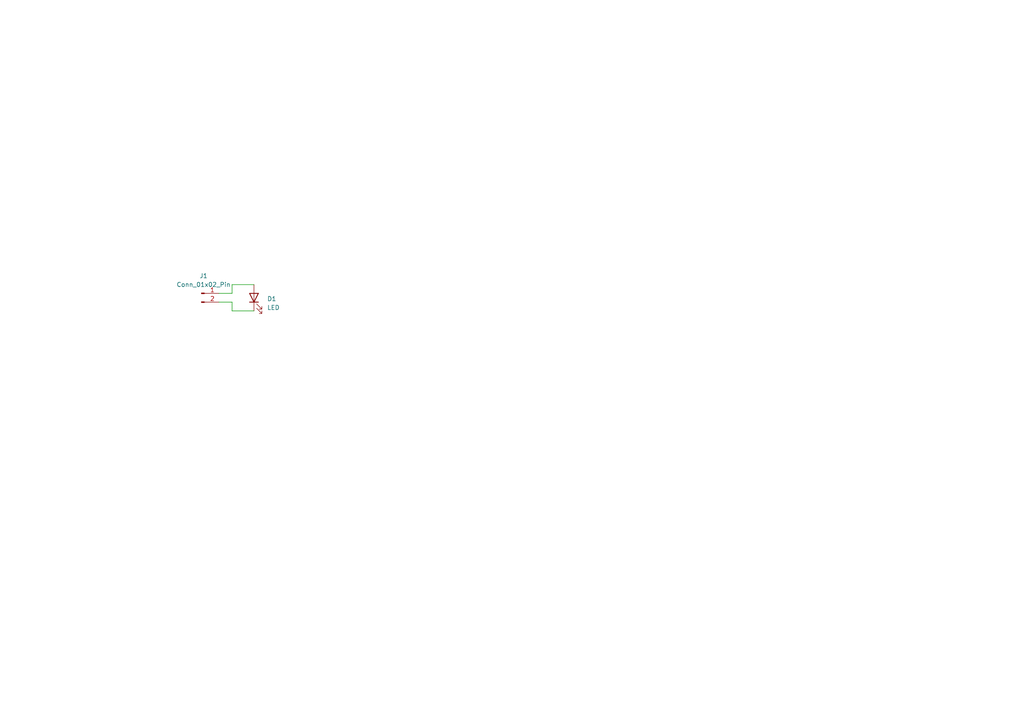
<source format=kicad_sch>
(kicad_sch (version 20250114) (generator "eeschema") (generator_version "9.0")
  (paper "A4")
  (lib_symbols
    (symbol "Connector:Conn_01x02_Pin" (pin_names (offset 1.016) (hide yes))
      (property "Reference" "J" (at 0 2.54 0))
      (property "Value" "Conn_01x02_Pin" (at 0 -5.08 0))
      (symbol "Conn_01x02_Pin_1_1"
        (rectangle (start 0.8636 0.127) (end 0 -0.127) (stroke (width 0.1524)) (fill (type outline)))
        (rectangle (start 0.8636 -2.413) (end 0 -2.667) (stroke (width 0.1524)) (fill (type outline)))
        (polyline (pts (xy 1.27 0) (xy 0.8636 0)) (stroke (width 0.1524)))
        (polyline (pts (xy 1.27 -2.54) (xy 0.8636 -2.54)) (stroke (width 0.1524)))
        (pin passive line (at 5.08 0 180) (length 3.81) (name "Pin_1") (number "1"))
        (pin passive line (at 5.08 -2.54 180) (length 3.81) (name "Pin_2") (number "2"))
      )
    )
    (symbol "Device:LED" (pin_numbers (hide yes)) (pin_names (offset 1.016) (hide yes))
      (property "Reference" "D" (at 0 2.54 0))
      (property "Value" "LED" (at 0 -2.54 0))
      (symbol "LED_0_1"
        (polyline (pts (xy -3.048 -0.762) (xy -4.572 -2.286) (xy -3.81 -2.286) (xy -4.572 -2.286) (xy -4.572 -1.524)))
        (polyline (pts (xy -1.778 -0.762) (xy -3.302 -2.286) (xy -2.54 -2.286) (xy -3.302 -2.286) (xy -3.302 -1.524)))
        (polyline (pts (xy -1.27 0) (xy 1.27 0)))
        (polyline (pts (xy -1.27 -1.27) (xy -1.27 1.27)) (stroke (width 0.254)))
        (polyline (pts (xy 1.27 -1.27) (xy 1.27 1.27) (xy -1.27 0) (xy 1.27 -1.27)) (stroke (width 0.254)))
      )
      (symbol "LED_1_1"
        (pin passive line (at -3.81 0 0) (length 2.54) (name "K") (number "1"))
        (pin passive line (at 3.81 0 180) (length 2.54) (name "A") (number "2"))
      )
    )
  )
  (wire (pts (xy 67.31 90.17) (xy 73.66 90.17)))
  (wire (pts (xy 63.5 85.09) (xy 67.31 85.09)))
  (wire (pts (xy 63.5 87.63) (xy 67.31 87.63)))
  (wire (pts (xy 67.31 85.09) (xy 67.31 82.55)))
  (wire (pts (xy 67.31 82.55) (xy 73.66 82.55)))
  (wire (pts (xy 67.31 87.63) (xy 67.31 90.17)))
  (symbol (lib_id "Connector:Conn_01x02_Pin") (at 58.42 85.09 0) (unit 1)
    (property "Reference" "J1" (at 59.055 80.01 0))
    (property "Value" "Conn_01x02_Pin" (at 59.055 82.55 0))
    (property "Footprint" "Connector_PinHeader_2.54mm:PinHeader_1x02_P2.54mm_Horizontal" (effects (hide yes)))
    (property "Description" "Generic connector, single row, 01x02, script generated" (effects (hide yes)))
  )
  (symbol (lib_id "Device:LED") (at 73.66 86.36 90) (unit 1)
    (property "Reference" "D1" (at 77.47 86.6774 90) (effects (justify right)))
    (property "Value" "LED" (at 77.47 89.2174 90) (effects (justify right)))
    (property "Footprint" "LED_SMD:LED_0603_1608Metric" (effects (hide yes)))
    (property "Description" "Light emitting diode" (effects (hide yes)))
    (property "Sim.Pins" "1=K 2=A" (effects (hide yes)))
  )
)
</source>
